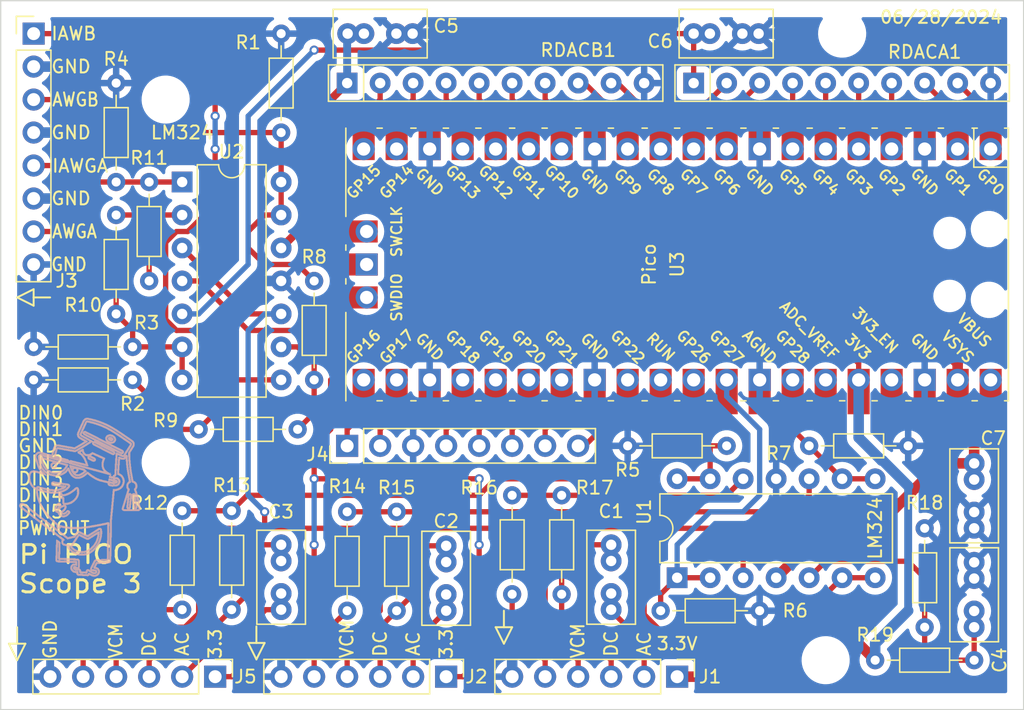
<source format=kicad_pcb>
(kicad_pcb (version 20221018) (generator pcbnew)
  (title_block (date "mar. 31 mars 2015"))
  (layers (0 "F.Cu" signal) (31 "B.Cu" signal) (34 "B.Paste" user) (35 "F.Paste" user) (36 "B.SilkS" user "B.Silkscreen") (37 "F.SilkS" user "F.Silkscreen") (38 "B.Mask" user) (39 "F.Mask" user) (44 "Edge.Cuts" user))
  (net 0 "")
  (net 1 "GND")
  (net 2 "Net-(J1-Pin_2)")
  (net 3 "Net-(J1-Pin_3)")
  (net 4 "Net-(U1A-+)")
  (net 5 "Net-(RDACB1-common)")
  (net 6 "Net-(RDACA1-common)")
  (net 7 "/3V3")
  (net 8 "/VCM")
  (net 9 "Net-(J1-Pin_5)")
  (net 10 "/IAWGA")
  (net 11 "/AWGA")
  (net 12 "/IAWGB")
  (net 13 "/AWGB")
  (net 14 "Net-(J4-Pin_1)")
  (net 15 "Net-(J4-Pin_2)")
  (net 16 "Net-(J4-Pin_7)")
  (net 17 "Net-(J4-Pin_4)")
  (net 18 "Net-(J4-Pin_5)")
  (net 19 "Net-(J4-Pin_6)")
  (net 20 "/PWMOUT")
  (net 21 "Net-(RDACA1-R1)")
  (net 22 "Net-(RDACA1-R2)")
  (net 23 "Net-(RDACA1-R3)")
  (net 24 "Net-(RDACA1-R4)")
  (net 25 "Net-(RDACA1-R5)")
  (net 26 "Net-(RDACA1-R6)")
  (net 27 "Net-(RDACA1-R7)")
  (net 28 "Net-(RDACA1-R8)")
  (net 29 "Net-(RDACB1-R1)")
  (net 30 "Net-(RDACB1-R2)")
  (net 31 "Net-(RDACB1-R3)")
  (net 32 "Net-(RDACB1-R4)")
  (net 33 "Net-(RDACB1-R5)")
  (net 34 "Net-(RDACB1-R6)")
  (net 35 "Net-(RDACB1-R7)")
  (net 36 "Net-(RDACB1-R8)")
  (net 37 "/VSYS")
  (net 38 "Net-(U1B-+)")
  (net 39 "Net-(U1A--)")
  (net 40 "Net-(U1C--)")
  (net 41 "Net-(U1C-+)")
  (net 42 "Net-(U1D-+)")
  (net 43 "Net-(U1D--)")
  (net 44 "Net-(U2A--)")
  (net 45 "Net-(U2C--)")
  (net 53 "Net-(J2-Pin_2)")
  (net 54 "Net-(J2-Pin_3)")
  (net 55 "Net-(J5-Pin_2)")
  (net 56 "Net-(J5-Pin_3)")
  (net 57 "Net-(J2-Pin_5)")
  (net 58 "Net-(J5-Pin_5)")
  (footprint "Capacitor_THT:C_Rect_L7.0mm_W3.5mm_P2.50mm_P5.00mm" (layer "F.Cu") (at 174.93 93.65 90)
    (fp_text reference "C4")
    (fp_text value "0.22u")
  )
  (footprint "Capacitor_THT:C_Rect_L7.0mm_W3.5mm_P2.50mm_P5.00mm" (layer "F.Cu") (at 153.34 47.93)
    (fp_text reference "C6")
    (fp_text value "1n")
  )
  (footprint "Resistor_THT:R_Axial_DIN0204_L3.6mm_D1.6mm_P7.62mm_Horizontal" (layer "F.Cu") (at 155.88 79.68 180)
    (fp_text reference "R5")
    (fp_text value "510")
  )
  (footprint "Resistor_THT:R_Axial_DIN0204_L3.6mm_D1.6mm_P7.62mm_Horizontal" (layer "F.Cu") (at 115.24 78.41)
    (fp_text reference "R9")
    (fp_text value "10k")
  )
  (footprint "Resistor_THT:R_Axial_DIN0204_L3.6mm_D1.6mm_P7.62mm_Horizontal" (layer "F.Cu") (at 139.37 83.49 -90)
    (fp_text reference "R16")
    (fp_text value "100k")
  )
  (footprint "Package_DIP:DIP-14_W7.62mm" (layer "F.Cu") (at 113.97 59.36)
    (fp_text reference "U2")
    (fp_text value "LM324")
  )
  (footprint "Connector_PinHeader_2.54mm:PinHeader_1x06_P2.54mm_Vertical" (layer "F.Cu") (at 152.07 97.46 -90)
    (fp_text reference "J1")
    (fp_text value "Conn_01x06_Pin")
  )
  (footprint "Resistor_THT:R_Axial_DIN0204_L3.6mm_D1.6mm_P7.62mm_Horizontal" (layer "F.Cu") (at 167.31 96.19)
    (fp_text reference "R19")
    (fp_text value "10k")
  )
  (footprint "Connector_PinHeader_2.54mm:PinHeader_1x08_P2.54mm_Vertical" (layer "F.Cu") (at 102.54 47.93)
    (fp_text reference "J3")
    (fp_text value "AWGOUT")
  )
  (footprint "Resistor_THT:R_Axial_DIN0204_L3.6mm_D1.6mm_P7.62mm_Horizontal" (layer "F.Cu") (at 124.13 66.98 -90)
    (fp_text reference "R8")
    (fp_text value "10k")
  )
  (footprint "Resistor_THT:R_Axial_DIN0204_L3.6mm_D1.6mm_P7.62mm_Horizontal" (layer "F.Cu") (at 110.16 74.6 180)
    (fp_text reference "R2")
    (fp_text value "510")
  )
  (footprint "Resistor_THT:R_Axial_DIN0204_L3.6mm_D1.6mm_P7.62mm_Horizontal" (layer "F.Cu") (at 108.89 59.36 90)
    (fp_text reference "R4")
    (fp_text value "510")
  )
  (footprint "Capacitor_THT:C_Rect_L7.0mm_W3.5mm_P2.50mm_P5.00mm" (layer "F.Cu") (at 121.59 92.3 90)
    (fp_text reference "C3")
    (fp_text value "0.22u")
  )
  (footprint "Resistor_THT:R_Axial_DIN0204_L3.6mm_D1.6mm_P7.62mm_Horizontal" (layer "F.Cu") (at 143.18 83.49 -90)
    (fp_text reference "R17")
    (fp_text value "910k")
  )
  (footprint "Connector_PinHeader_2.54mm:PinHeader_1x06_P2.54mm_Vertical" (layer "F.Cu") (at 116.51 97.46 -90)
    (fp_text reference "J5")
    (fp_text value "Conn_01x06_Pin")
  )
  (footprint "Arduino_MountingHole:MountingHole_3.2mm" (layer "F.Cu") (at 163.5 96.19 180)
    (fp_text reference "MH1" hide)
    (fp_text value "MountingHole_3.2mm" hide)
  )
  (footprint "Capacitor_THT:C_Rect_L7.0mm_W3.5mm_P2.50mm_P5.00mm" (layer "F.Cu") (at 134.29 92.38 90)
    (fp_text reference "C2")
    (fp_text value "0.22u")
  )
  (footprint "Resistor_THT:R_Axial_DIN0204_L3.6mm_D1.6mm_P7.62mm_Horizontal" (layer "F.Cu") (at 111.43 59.36 -90)
    (fp_text reference "R11")
    (fp_text value "10k")
  )
  (footprint "Capacitor_THT:C_Rect_L7.0mm_W3.5mm_P2.50mm_P5.00mm" (layer "F.Cu") (at 146.99 92.3 90)
    (fp_text reference "C1")
    (fp_text value "0.22u")
  )
  (footprint "MCU_RaspberryPi_and_Boards:RPi_Pico_SMD_TH" (layer "F.Cu") (at 152.07 65.71 -90)
    (fp_text reference "U3")
    (fp_text value "Pico")
  )
  (footprint "Resistor_THT:R_Axial_DIN0204_L3.6mm_D1.6mm_P7.62mm_Horizontal" (layer "F.Cu") (at 150.8 92.38)
    (fp_text reference "R6")
    (fp_text value "510")
  )
  (footprint "Capacitor_THT:C_Rect_L7.0mm_W3.5mm_P2.50mm_P5.00mm" (layer "F.Cu") (at 126.71 47.93)
    (fp_text reference "C5")
    (fp_text value "1n")
  )
  (footprint "Capacitor_THT:C_Rect_L7.0mm_W3.5mm_P2.50mm_P5.00mm" (layer "F.Cu") (at 174.93 86.03 90)
    (fp_text reference "C7")
    (fp_text value "0.22u")
  )
  (footprint "Resistor_THT:R_Axial_DIN0204_L3.6mm_D1.6mm_P7.62mm_Horizontal" (layer "F.Cu") (at 171.12 86.03 -90)
    (fp_text reference "R18")
    (fp_text value "10k")
  )
  (footprint "Resistor_THT:R_Axial_DIN0204_L3.6mm_D1.6mm_P7.62mm_Horizontal" (layer "F.Cu") (at 121.59 55.55 90)
    (fp_text reference "R1")
    (fp_text value "510")
  )
  (footprint "Resistor_THT:R_Axial_DIN0204_L3.6mm_D1.6mm_P7.62mm_Horizontal" (layer "F.Cu") (at 126.67 84.76 -90)
    (fp_text reference "R14")
    (fp_text value "100k")
  )
  (footprint "Package_DIP:DIP-14_W7.62mm" (layer "F.Cu") (at 152.07 89.84 90)
    (fp_text reference "U1")
    (fp_text value "LM324")
  )
  (footprint "Resistor_THT:R_Axial_DIN0204_L3.6mm_D1.6mm_P7.62mm_Horizontal" (layer "F.Cu") (at 108.89 69.52 90)
    (fp_text reference "R10")
    (fp_text value "10k")
  )
  (footprint "Arduino_MountingHole:MountingHole_3.2mm" (layer "F.Cu") (at 164.77 47.93 180)
    (fp_text reference "MH2" hide)
    (fp_text value "MountingHole_3.2mm" hide)
  )
  (footprint "Resistor_THT:R_Axial_DIN0204_L3.6mm_D1.6mm_P7.62mm_Horizontal" (layer "F.Cu") (at 113.97 84.68 -90)
    (fp_text reference "R12")
    (fp_text value "100k")
  )
  (footprint "Resistor_THT:R_Array_SIP10" (layer "F.Cu") (at 153.34 51.74)
    (fp_text reference "RDACA1")
    (fp_text value "R-2R 10k")
  )
  (footprint "Resistor_THT:R_Axial_DIN0204_L3.6mm_D1.6mm_P7.62mm_Horizontal" (layer "F.Cu") (at 117.78 84.68 -90)
    (fp_text reference "R13")
    (fp_text value "910k")
  )
  (footprint "Resistor_THT:R_Axial_DIN0204_L3.6mm_D1.6mm_P7.62mm_Horizontal" (layer "F.Cu") (at 130.48 84.76 -90)
    (fp_text reference "R15")
    (fp_text value "910k")
  )
  (footprint "Arduino_MountingHole:MountingHole_3.2mm" (layer "F.Cu") (at 112.7 80.95 180)
    (fp_text reference "MH3" hide)
    (fp_text value "MountingHole_3.2mm" hide)
  )
  (footprint "Resistor_THT:R_Axial_DIN0204_L3.6mm_D1.6mm_P7.62mm_Horizontal" (layer "F.Cu") (at 110.16 72.06 180)
    (fp_text reference "R3")
    (fp_text value "510")
  )
  (footprint "Arduino_MountingHole:MountingHole_3.2mm" (layer "F.Cu") (at 112.7 53.01 180)
    (fp_text reference "MH4" hide)
    (fp_text value "MountingHole_3.2mm" hide)
  )
  (footprint "Resistor_THT:R_Axial_DIN0204_L3.6mm_D1.6mm_P7.62mm_Horizontal" (layer "F.Cu") (at 162.23 79.68)
    (fp_text reference "R7")
    (fp_text value "510")
  )
  (footprint "Connector_PinHeader_2.54mm:PinHeader_1x06_P2.54mm_Vertical" (layer "F.Cu") (at 134.29 97.46 -90)
    (fp_text reference "J2")
    (fp_text value "Conn_01x06_Pin")
  )
  (footprint "Connector_PinHeader_2.54mm:PinHeader_1x08_P2.54mm_Vertical" (layer "F.Cu") (at 126.67 79.68 90)
    (fp_text reference "J4")
    (fp_text value "DIGITAL")
  )
  (footprint "Resistor_THT:R_Array_SIP10" (layer "F.Cu") (at 126.67 51.74)
    (fp_text reference "RDACB1")
    (fp_text value "R-2R 10k")
  )
  (footprint "Library:Proffessor" (layer "B.Cu") (at 106.3569 91.75005 180)
    (fp_text reference "")
    (fp_text value "Proffessor")
  )
  (gr_line (start 119.685 93.59) (end 119.685 94.86) (stroke (width 0.15)) (layer "F.SilkS"))
  (gr_line (start 138.1 93.65) (end 138.735 94.92) (stroke (width 0.15)) (layer "F.SilkS"))
  (gr_line (start 138.735 93.65) (end 138.1 93.65) (stroke (width 0.15)) (layer "F.SilkS"))
  (gr_line (start 119.05 94.86) (end 119.685 96.13) (stroke (width 0.15)) (layer "F.SilkS"))
  (gr_line (start 101.27 68.25) (end 102.54 68.885) (stroke (width 0.15)) (layer "F.SilkS"))
  (gr_line (start 101.27 94.92) (end 100.635 94.92) (stroke (width 0.15)) (layer "F.SilkS"))
  (gr_line (start 101.27 93.65) (end 101.27 94.92) (stroke (width 0.15)) (layer "F.SilkS"))
  (gr_line (start 102.54 68.25) (end 102.54 67.615) (stroke (width 0.15)) (layer "F.SilkS"))
  (gr_line (start 103.81 68.25) (end 102.54 68.25) (stroke (width 0.15)) (layer "F.SilkS"))
  (gr_line (start 138.735 94.92) (end 139.37 93.65) (stroke (width 0.15)) (layer "F.SilkS"))
  (gr_line (start 101.27 96.19) (end 101.905 94.92) (stroke (width 0.15)) (layer "F.SilkS"))
  (gr_line (start 102.54 67.615) (end 101.27 68.25) (stroke (width 0.15)) (layer "F.SilkS"))
  (gr_line (start 139.37 93.65) (end 138.735 93.65) (stroke (width 0.15)) (layer "F.SilkS"))
  (gr_line (start 102.54 68.885) (end 102.54 68.25) (stroke (width 0.15)) (layer "F.SilkS"))
  (gr_line (start 119.685 94.86) (end 119.05 94.86) (stroke (width 0.15)) (layer "F.SilkS"))
  (gr_line (start 119.685 96.13) (end 120.32 94.86) (stroke (width 0.15)) (layer "F.SilkS"))
  (gr_line (start 120.32 94.86) (end 119.685 94.86) (stroke (width 0.15)) (layer "F.SilkS"))
  (gr_line (start 100.635 94.92) (end 101.27 96.19) (stroke (width 0.15)) (layer "F.SilkS"))
  (gr_line (start 138.735 92.38) (end 138.735 93.65) (stroke (width 0.15)) (layer "F.SilkS"))
  (gr_line (start 101.905 94.92) (end 101.27 94.92) (stroke (width 0.15)) (layer "F.SilkS"))
  (gr_rect (start 100 45.39) (end 178.74 100) (stroke (width 0.1)) (fill none) (layer "Edge.Cuts"))
  (gr_text "GND" (at 101.27 79.68) (layer "F.SilkS") (effects (font (size 0.9906 0.9906) (thickness 0.1524)) (justify left)))
  (gr_text "DIN5" (at 101.27 84.76) (layer "F.SilkS") (effects (font (size 0.9906 0.9906) (thickness 0.1524)) (justify left)))
  (gr_text "DIN2" (at 101.27 80.95) (layer "F.SilkS") (effects (font (size 0.9906 0.9906) (thickness 0.1524)) (justify left)))
  (gr_text "IAWGA" (at 103.87 58.12) (layer "F.SilkS") (effects (font (size 0.9906 0.9906) (thickness 0.1524)) (justify left)))
  (gr_text "GND" (at 103.81 65.71) (layer "F.SilkS") (effects (font (size 1.016 0.889) (thickness 0.1524)) (justify left)))
  (gr_text "3.3V" (at 152.07 94.92) (layer "F.SilkS") (effects (font (size 0.9652 0.9652) (thickness 0.1524))))
  (gr_text "GND" (at 103.81 50.47) (layer "F.SilkS") (effects (font (size 0.9906 0.9906) (thickness 0.1524)) (justify left)))
  (gr_text "3.3" (at 116.51 94.92 90) (layer "F.SilkS") (effects (font (size 0.9652 0.9652) (thickness 0.1524))))
  (gr_text "DIN1" (at 101.27 78.41) (layer "F.SilkS") (effects (font (size 0.9906 0.9906) (thickness 0.1524)) (justify left)))
  (gr_text "DC" (at 111.43 94.92 90) (layer "F.SilkS") (effects (font (size 1 1))))
  (gr_text "IAWB" (at 103.81 47.93) (layer "F.SilkS") (effects (font (size 0.9906 0.9906) (thickness 0.1524)) (justify left)))
  (gr_text "3.3" (at 134.29 94.92 90) (layer "F.SilkS") (effects (font (size 0.9652 0.9652) (thickness 0.1524))))
  (gr_text "PWMOUT" (at 101.27 86.03) (layer "F.SilkS") (effects (font (size 1.016 0.889) (thickness 0.1524)) (justify left)))
  (gr_text "06/28/2024" (at 172.39 46.66) (layer "F.SilkS") (effects (font (size 0.9652 0.9652) (thickness 0.1524))))
  (gr_text "GND" (at 103.81 60.63) (layer "F.SilkS") (effects (font (size 0.9906 0.9906) (thickness 0.1524)) (justify left)))
  (gr_text "DIN0" (at 101.27 77.14) (layer "F.SilkS") (effects (font (size 0.9906 0.9906) (thickness 0.1524)) (justify left)))
  (gr_text "AC" (at 131.75 94.92 90) (layer "F.SilkS") (effects (font (size 1 1))))
  (gr_text "VCM" (at 126.64 96.13 90) (layer "F.SilkS") (effects (font (size 0.9906 0.9906) (thickness 0.1524)) (justify left)))
  (gr_text "DC" (at 146.99 94.92 90) (layer "F.SilkS") (effects (font (size 1 1))))
  (gr_text "AC" (at 149.53 94.92 90) (layer "F.SilkS") (effects (font (size 1 1))))
  (gr_text "AWGB" (at 103.8862 53.01) (layer "F.SilkS") (effects (font (size 1.016 0.889) (thickness 0.1524)) (justify left)))
  (gr_text "AWGA" (at 103.87 63.17) (layer "F.SilkS") (effects (font (size 1.016 0.889) (thickness 0.1524)) (justify left)))
  (gr_text "DIN3" (at 101.27 82.22) (layer "F.SilkS") (effects (font (size 0.9906 0.9906) (thickness 0.1524)) (justify left)))
  (gr_text "GND" (at 103.81 55.55) (layer "F.SilkS") (effects (font (size 0.9906 0.9906) (thickness 0.1524)) (justify left)))
  (gr_text "AC" (at 113.97 94.92 90) (layer "F.SilkS") (effects (font (size 1 1))))
  (gr_text "VCM" (at 108.86 96.13 90) (layer "F.SilkS") (effects (font (size 0.9906 0.889) (thickness 0.1524) bold) (justify left)))
  (gr_text "DC" (at 129.21 94.92 90) (layer "F.SilkS") (effects (font (size 1 1))))
  (gr_text "VCM" (at 144.42 96.13 90) (layer "F.SilkS") (effects (font (size 0.9906 0.889) (thickness 0.1524)) (justify left)))
  (gr_text "GND" (at 103.81 96.19 90) (layer "F.SilkS") (effects (font (size 0.9906 0.9906) (thickness 0.1524)) (justify left)))
  (gr_text "Pi PICO\nScope 3" (at 101.27 91.11) (layer "F.SilkS") (effects (font (size 1.397 1.524) (thickness 0.2286)) (justify left bottom)))
  (gr_text "DIN4" (at 101.27 83.49) (layer "F.SilkS") (effects (font (size 0.9906 0.9906) (thickness 0.1524)) (justify left)))
  (segment (start 133.02 74.6) (end 133.02 77.14) (width 0.4064) (layer "F.Cu") (net 1))
  (segment (start 131.75 78.41) (end 131.75 79.68) (width 0.4064) (layer "F.Cu") (net 1))
  (segment (start 133.02 77.14) (end 131.75 78.41) (width 0.4064) (layer "F.Cu") (net 1))
  (segment (start 157.09 47.93) (end 160.96 47.93) (width 0.8128) (layer "B.Cu") (net 1))
  (segment (start 130.46 47.93) (end 134.29 47.93) (width 0.8128) (layer "B.Cu") (net 1))
  (segment (start 103.81 97.46) (end 103.81 94.92) (width 0.6096) (layer "B.Cu") (net 1))
  (segment (start 102.54 60.63) (end 105.08 60.63) (width 0.8128) (layer "B.Cu") (net 1))
  (segment (start 102.54 50.47) (end 105.08 50.47) (width 0.8128) (layer "B.Cu") (net 1))
  (segment (start 120.32 66.98) (end 119.05 68.25) (width 0.8128) (layer "B.Cu") (net 1))
  (segment (start 139.37 97.46) (end 139.37 94.92) (width 0.8128) (layer "B.Cu") (net 1))
  (segment (start 121.59 66.98) (end 122.86 68.25) (width 0.4064) (layer "B.Cu") (net 1))
  (segment (start 105.08 55.55) (end 102.54 55.55) (width 0.8128) (layer "B.Cu") (net 1))
  (segment (start 105.08 60.63) (end 105.08 55.55) (width 0.8128) (layer "B.Cu") (net 1))
  (segment (start 121.59 97.46) (end 121.59 94.92) (width 0.6096) (layer "B.Cu") (net 1))
  (segment (start 121.59 66.98) (end 120.32 66.98) (width 0.8128) (layer "B.Cu") (net 1))
  (segment (start 121.59 66.98) (end 122.86 65.71) (width 0.4064) (layer "B.Cu") (net 1))
  (segment (start 105.08 50.47) (end 105.08 55.55) (width 0.8128) (layer "B.Cu") (net 1))
  (segment (start 149.53 94.92) (end 149.53 97.46) (width 0.4064) (layer "F.Cu") (net 2))
  (segment (start 146.99 92.3) (end 146.99 92.38) (width 0.4064) (layer "F.Cu") (net 2))
  (segment (start 146.99 92.38) (end 149.53 94.92) (width 0.4064) (layer "F.Cu") (net 2))
  (segment (start 143.18 92.38) (end 146.99 96.19) (width 0.4064) (layer "F.Cu") (net 3))
  (segment (start 146.99 87.3) (end 144.45 87.3) (width 0.4064) (layer "F.Cu") (net 3))
  (segment (start 143.18 88.57) (end 143.18 91.11) (width 0.4064) (layer "F.Cu") (net 3))
  (segment (start 143.18 91.11) (end 143.18 92.38) (width 0.4064) (layer "F.Cu") (net 3))
  (segment (start 144.45 87.3) (end 143.18 88.57) (width 0.4064) (layer "F.Cu") (net 3))
  (segment (start 146.99 96.19) (end 146.99 97.46) (width 0.4064) (layer "F.Cu") (net 3))
  (segment (start 149.53 84.76) (end 150.8 86.03) (width 0.4064) (layer "F.Cu") (net 4))
  (segment (start 126.67 84.76) (end 130.48 84.76) (width 0.4064) (layer "F.Cu") (net 4))
  (segment (start 155.88 86.03) (end 157.15 87.3) (width 0.4064) (layer "F.Cu") (net 4))
  (segment (start 150.8 86.03) (end 155.88 86.03) (width 0.4064) (layer "F.Cu") (net 4))
  (segment (start 157.15 87.3) (end 157.15 89.84) (width 0.4064) (layer "F.Cu") (net 4))
  (segment (start 130.48 84.76) (end 149.53 84.76) (width 0.4064) (layer "F.Cu") (net 4))
  (segment (start 126.67 47.97) (end 126.71 47.93) (width 0.6096) (layer "F.Cu") (net 5))
  (segment (start 124.13 54.28) (end 124.13 61.9) (width 0.6096) (layer "F.Cu") (net 5))
  (segment (start 126.67 51.74) (end 124.13 54.28) (width 0.6096) (layer "F.Cu") (net 5))
  (segment (start 124.13 61.9) (end 121.59 64.44) (width 0.6096) (layer "F.Cu") (net 5))
  (segment (start 126.67 51.74) (end 126.67 47.97) (width 0.6096) (layer "B.Cu") (net 5))
  (segment (start 135.56 49.2) (end 136.83 47.93) (width 0.4064) (layer "F.Cu") (net 6))
  (segment (start 124.13 49.2) (end 135.56 49.2) (width 0.4064) (layer "F.Cu") (net 6))
  (segment (start 153.34 51.74) (end 153.34 47.93) (width 0.4064) (layer "F.Cu") (net 6))
  (segment (start 136.83 47.93) (end 153.34 47.93) (width 0.4064) (layer "F.Cu") (net 6))
  (via (at 124.13 49.2) (size 0.700001) (drill 0.399999) (layers "F.Cu" "B.Cu") (net 6))
  (segment (start 119.05 54.28) (end 124.13 49.2) (width 0.4064) (layer "B.Cu") (net 6))
  (segment (start 119.05 65.71) (end 119.05 54.28) (width 0.4064) (layer "B.Cu") (net 6))
  (segment (start 113.97 69.52) (end 115.24 69.52) (width 0.4064) (layer "B.Cu") (net 6))
  (segment (start 115.24 69.52) (end 119.05 65.71) (width 0.4064) (layer "B.Cu") (net 6))
  (segment (start 121.59 94.92) (end 124.13 92.38) (width 0.4064) (layer "F.Cu") (net 7))
  (segment (start 120.32 94.92) (end 121.59 94.92) (width 0.4064) (layer "F.Cu") (net 7))
  (segment (start 135.56 97.46) (end 136.83 96.19) (width 0.4064) (layer "F.Cu") (net 7))
  (segment (start 125.4 78.41) (end 125.4 74.6) (width 0.4064) (layer "F.Cu") (net 7))
  (segment (start 134.29 97.46) (end 135.56 97.46) (width 0.4064) (layer "F.Cu") (net 7))
  (segment (start 124.13 92.38) (end 124.13 87.3) (width 0.4064) (layer "F.Cu") (net 7))
  (segment (start 116.51 97.46) (end 117.78 97.46) (width 0.4064) (layer "F.Cu") (net 7))
  (segment (start 161.595 93.65) (end 157.785 97.46) (width 0.8128) (layer "F.Cu") (net 7))
  (segment (start 127.94 72.06) (end 164.77 72.06) (width 0.4064) (layer "F.Cu") (net 7))
  (segment (start 167.31 96.19) (end 164.77 93.65) (width 0.8128) (layer "F.Cu") (net 7))
  (segment (start 166.04 73.33) (end 166.04 74.6) (width 0.4064) (layer "F.Cu") (net 7))
  (segment (start 157.785 97.46) (end 152.07 97.46) (width 0.8128) (layer "F.Cu") (net 7))
  (segment (start 117.78 97.46) (end 120.32 94.92) (width 0.4064) (layer "F.Cu") (net 7))
  (segment (start 136.83 96.19) (end 136.83 87.3) (width 0.4064) (layer "F.Cu") (net 7))
  (segment (start 124.13 82.22) (end 136.83 82.22) (width 0.4064) (layer "F.Cu") (net 7))
  (segment (start 125.4 74.6) (end 127.94 72.06) (width 0.4064) (layer "F.Cu") (net 7))
  (segment (start 164.77 93.65) (end 161.595 93.65) (width 0.8128) (layer "F.Cu") (net 7))
  (segment (start 124.13 79.68) (end 125.4 78.41) (width 0.4064) (layer "F.Cu") (net 7))
  (segment (start 164.77 72.06) (end 166.04 73.33) (width 0.4064) (layer "F.Cu") (net 7))
  (segment (start 124.13 82.22) (end 124.13 79.68) (width 0.4064) (layer "F.Cu") (net 7))
  (via (at 136.83 87.3) (size 0.700001) (drill 0.399999) (layers "F.Cu" "B.Cu") (net 7))
  (via (at 124.13 87.3) (size 0.700001) (drill 0.399999) (layers "F.Cu" "B.Cu") (net 7))
  (via (at 124.13 82.22) (size 0.700001) (drill 0.399999) (layers "F.Cu" "B.Cu") (net 7))
  (via (at 136.83 82.22) (size 0.700001) (drill 0.399999) (layers "F.Cu" "B.Cu") (net 7))
  (segment (start 136.83 82.22) (end 136.83 87.3) (width 0.4064) (layer "B.Cu") (net 7))
  (segment (start 167.89255 80.8136) (end 169.85 82.77105) (width 0.8128) (layer "B.Cu") (net 7))
  (segment (start 124.13 87.3) (end 124.13 82.22) (width 0.4064) (layer "B.Cu") (net 7))
  (segment (start 166.04 74.6) (end 166.04 79.045) (width 0.8128) (layer "B.Cu") (net 7))
  (segment (start 166.04 79.045) (end 167.8086 80.8136) (width 0.8128) (layer "B.Cu") (net 7))
  (segment (start 167.31 94.92) (end 167.31 96.19) (width 0.8128) (layer "B.Cu") (net 7))
  (segment (start 169.85 92.38) (end 167.31 94.92) (width 0.8128) (layer "B.Cu") (net 7))
  (segment (start 167.8086 80.8136) (end 167.89255 80.8136) (width 0.8128) (layer "B.Cu") (net 7))
  (segment (start 169.85 82.77105) (end 169.85 92.38) (width 0.6096) (layer "B.Cu") (net 7))
  (segment (start 141.91 93.65) (end 144.45 96.19) (width 0.4064) (layer "F.Cu") (net 8))
  (segment (start 144.45 96.19) (end 144.45 97.46) (width 0.4064) (layer "F.Cu") (net 8))
  (segment (start 149.53 92.670161) (end 149.53 87.3) (width 0.4064) (layer "F.Cu") (net 8))
  (segment (start 141.91 86.03) (end 129.21 86.03) (width 0.4064) (layer "F.Cu") (net 8))
  (segment (start 167.31 89.84) (end 164.77 89.84) (width 0.4064) (layer "F.Cu") (net 8))
  (segment (start 162.23 92.38) (end 160.96 92.38) (width 0.4064) (layer "F.Cu") (net 8))
  (segment (start 164.77 89.84) (end 162.23 92.38) (width 0.4064) (layer "F.Cu") (net 8))
  (segment (start 119.05 69.52) (end 121.59 69.52) (width 0.4064) (layer "F.Cu") (net 8))
  (segment (start 110.16 93.65) (end 108.89 94.92) (width 0.4064) (layer "F.Cu") (net 8))
  (segment (start 115.24 92.590161) (end 114.180161 93.65) (width 0.4064) (layer "F.Cu") (net 8))
  (segment (start 129.21 86.03) (end 129.21 92.38) (width 0.4064) (layer "F.Cu") (net 8))
  (segment (start 141.91 86.03) (end 141.91 93.65) (width 0.4064) (layer "F.Cu") (net 8))
  (segment (start 113.97 64.44) (end 119.05 69.52) (width 0.4064) (layer "F.Cu") (net 8))
  (segment (start 160.96 92.38) (end 158.42 94.92) (width 0.4064) (layer "F.Cu") (net 8))
  (segment (start 129.21 86.03) (end 120.32 86.03) (width 0.4064) (layer "F.Cu") (net 8))
  (segment (start 108.89 94.92) (end 108.89 97.46) (width 0.4064) (layer "F.Cu") (net 8))
  (segment (start 126.67 94.92) (end 129.21 92.38) (width 0.4064) (layer "F.Cu") (net 8))
  (segment (start 148.26 86.03) (end 141.91 86.03) (width 0.4064) (layer "F.Cu") (net 8))
  (segment (start 120.32 86.03) (end 120.32 84.76) (width 0.4064) (layer "F.Cu") (net 8))
  (segment (start 115.24 87.3) (end 115.24 92.590161) (width 0.4064) (layer "F.Cu") (net 8))
  (segment (start 116.51 86.03) (end 115.24 87.3) (width 0.4064) (layer "F.Cu") (net 8))
  (segment (start 151.779839 94.92) (end 149.53 92.670161) (width 0.4064) (layer "F.Cu") (net 8))
  (segment (start 114.180161 93.65) (end 110.16 93.65) (width 0.4064) (layer "F.Cu") (net 8))
  (segment (start 126.67 97.46) (end 126.67 94.92) (width 0.4064) (layer "F.Cu") (net 8))
  (segment (start 120.32 86.03) (end 116.51 86.03) (width 0.4064) (layer "F.Cu") (net 8))
  (segment (start 158.42 94.92) (end 151.779839 94.92) (width 0.4064) (layer "F.Cu") (net 8))
  (segment (start 149.53 87.3) (end 148.26 86.03) (width 0.4064) (layer "F.Cu") (net 8))
  (via (at 120.32 84.76) (size 0.700001) (drill 0.399999) (layers "F.Cu" "B.Cu") (net 8))
  (segment (start 119.05 70.79) (end 119.05 83.49) (width 0.4064) (layer "B.Cu") (net 8))
  (segment (start 119.05 83.49) (end 120.32 84.76) (width 0.4064) (layer "B.Cu") (net 8))
  (segment (start 121.59 69.52) (end 120.32 69.52) (width 0.4064) (layer "B.Cu") (net 8))
  (segment (start 120.32 69.52) (end 119.05 70.79) (width 0.4064) (layer "B.Cu") (net 8))
  (segment (start 139.37 91.11) (end 139.37 93.65) (width 0.4064) (layer "F.Cu") (net 9))
  (segment (start 139.37 93.65) (end 141.91 96.19) (width 0.4064) (layer "F.Cu") (net 9))
  (segment (start 141.91 96.19) (end 141.91 97.46) (width 0.4064) (layer "F.Cu") (net 9))
  (segment (start 106.35 59.36) (end 105.08 58.09) (width 0.4064) (layer "F.Cu") (net 10))
  (segment (start 102.54 58.09) (end 105.08 58.09) (width 0.4064) (layer "F.Cu") (net 10))
  (segment (start 108.89 59.36) (end 110.16 59.36) (width 0.4064) (layer "F.Cu") (net 10))
  (segment (start 110.16 59.36) (end 113.97 59.36) (width 0.4064) (layer "F.Cu") (net 10))
  (segment (start 108.89 59.36) (end 106.35 59.36) (width 0.4064) (layer "F.Cu") (net 10))
  (segment (start 110.16 70.79) (end 110.16 72.06) (width 0.4064) (layer "F.Cu") (net 11))
  (segment (start 108.89 66.98) (end 108.89 69.52) (width 0.4064) (layer "F.Cu") (net 11))
  (segment (start 105.08 63.17) (end 108.89 66.98) (width 0.4064) (layer "F.Cu") (net 11))
  (segment (start 113.97 72.06) (end 110.16 72.06) (width 0.4064) (layer "F.Cu") (net 11))
  (segment (start 113.97 72.06) (end 113.97 74.6) (width 0.4064) (layer "F.Cu") (net 11))
  (segment (start 108.89 69.52) (end 110.16 70.79) (width 0.4064) (layer "F.Cu") (net 11))
  (segment (start 102.54 63.17) (end 105.08 63.17) (width 0.4064) (layer "F.Cu") (net 11))
  (segment (start 113.538418 63.17) (end 112.7 64.008418) (width 0.4064) (layer "F.Cu") (net 12))
  (segment (start 112.7 69.951582) (end 113.538418 70.79) (width 0.4064) (layer "F.Cu") (net 12))
  (segment (start 102.54 47.93) (end 111.43 47.93) (width 0.4064) (layer "F.Cu") (net 12))
  (segment (start 115.24 78.41) (end 113.97 78.41) (width 0.4064) (layer "F.Cu") (net 12))
  (segment (start 116.51 77.14) (end 115.24 78.41) (width 0.4064) (layer "F.Cu") (net 12))
  (segment (start 114.401582 63.17) (end 113.538418 63.17) (width 0.4064) (layer "F.Cu") (net 12))
  (segment (start 113.97 78.41) (end 110.16 74.6) (width 0.4064) (layer "F.Cu") (net 12))
  (segment (start 116.51 53.01) (end 116.51 54.28) (width 0.4064) (layer "F.Cu") (net 12))
  (segment (start 112.7 64.008418) (end 112.7 69.951582) (width 0.4064) (layer "F.Cu") (net 12))
  (segment (start 116.51 72.06) (end 116.51 74.6) (width 0.4064) (layer "F.Cu") (net 12))
  (segment (start 116.51 61.061582) (end 114.401582 63.17) (width 0.4064) (layer "F.Cu") (net 12))
  (segment (start 111.43 47.93) (end 116.51 53.01) (width 0.4064) (layer "F.Cu") (net 12))
  (segment (start 116.51 74.6) (end 116.51 77.14) (width 0.4064) (layer "F.Cu") (net 12))
  (segment (start 121.59 74.6) (end 116.51 74.6) (width 0.4064) (layer "F.Cu") (net 12))
  (segment (start 113.538418 70.79) (end 115.24 70.79) (width 0.4064) (layer "F.Cu") (net 12))
  (segment (start 115.24 70.79) (end 116.51 72.06) (width 0.4064) (layer "F.Cu") (net 12))
  (segment (start 116.51 56.82) (end 116.51 61.061582) (width 0.4064) (layer "F.Cu") (net 12))
  (via (at 116.51 56.82) (size 0.700001) (drill 0.399999) (layers "F.Cu" "B.Cu") (net 12))
  (via (at 116.51 54.28) (size 0.700001) (drill 0.399999) (layers "F.Cu" "B.Cu") (net 12))
  (segment (start 116.51 54.28) (end 116.51 56.82) (width 0.4064) (layer "B.Cu") (net 12))
  (segment (start 122.86 65.71) (end 124.13 66.98) (width 0.4064) (layer "F.Cu") (net 13))
  (segment (start 106.35 53.01) (end 108.89 55.55) (width 0.4064) (layer "F.Cu") (net 13))
  (segment (start 108.89 55.55) (end 121.59 55.55) (width 0.4064) (layer "F.Cu") (net 13))
  (segment (start 120.32 61.9) (end 119.05 63.17) (width 0.4064) (layer "F.Cu") (net 13))
  (segment (start 120.32 65.71) (end 122.86 65.71) (width 0.4064) (layer "F.Cu") (net 13))
  (segment (start 119.05 63.17) (end 119.05 64.44) (width 0.4064) (layer "F.Cu") (net 13))
  (segment (start 121.59 61.9) (end 120.32 61.9) (width 0.4064) (layer "F.Cu") (net 13))
  (segment (start 119.05 64.44) (end 120.32 65.71) (width 0.4064) (layer "F.Cu") (net 13))
  (segment (start 102.54 53.01) (end 106.35 53.01) (width 0.4064) (layer "F.Cu") (net 13))
  (segment (start 121.59 55.55) (end 121.59 61.9) (width 0.4064) (layer "F.Cu") (net 13))
  (segment (start 127.94 74.6) (end 127.94 76.160161) (width 0.4064) (layer "F.Cu") (net 14))
  (segment (start 127.94 77.14) (end 126.67 78.41) (width 0.4064) (layer "F.Cu") (net 14))
  (segment (start 126.67 78.41) (end 126.67 79.68) (width 0.4064) (layer "F.Cu") (net 14))
  (segment (start 127.94 74.6) (end 127.94 77.14) (width 0.4064) (layer "F.Cu") (net 14))
  (segment (start 130.48 77.14) (end 129.21 78.41) (width 0.4064) (layer "F.Cu") (net 15))
  (segment (start 130.48 74.6) (end 130.48 77.14) (width 0.4064) (layer "F.Cu") (net 15))
  (segment (start 129.21 78.41) (end 129.21 79.68) (width 0.4064) (layer "F.Cu") (net 15))
  (segment (start 143.18 77.14) (end 141.91 78.41) (width 0.4064) (layer "F.Cu") (net 16))
  (segment (start 141.91 78.41) (end 141.91 79.68) (width 0.4064) (layer "F.Cu") (net 16))
  (segment (start 143.18 74.6) (end 143.18 77.14) (width 0.4064) (layer "F.Cu") (net 16))
  (segment (start 135.56 77.14) (end 134.29 78.41) (width 0.4064) (layer "F.Cu") (net 17))
  (segment (start 134.29 78.41) (end 134.29 79.68) (width 0.4064) (layer "F.Cu") (net 17))
  (segment (start 135.56 74.6) (end 135.56 77.14) (width 0.4064) (layer "F.Cu") (net 17))
  (segment (start 138.1 77.14) (end 136.83 78.41) (width 0.4064) (layer "F.Cu") (net 18))
  (segment (start 136.83 78.41) (end 136.83 79.68) (width 0.4064) (layer "F.Cu") (net 18))
  (segment (start 138.1 74.6) (end 138.1 77.14) (width 0.4064) (layer "F.Cu") (net 18))
  (segment (start 139.37 78.41) (end 139.37 79.68) (width 0.4064) (layer "F.Cu") (net 19))
  (segment (start 140.64 74.6) (end 140.64 77.14) (width 0.4064) (layer "F.Cu") (net 19))
  (segment (start 140.64 77.14) (end 139.37 78.41) (width 0.4064) (layer "F.Cu") (net 19))
  (segment (start 148.26 76.3664) (end 144.9464 79.68) (width 0.4064) (layer "F.Cu") (net 20))
  (segment (start 144.9464 79.68) (end 144.45 79.68) (width 0.4064) (layer "F.Cu") (net 20))
  (segment (start 148.26 74.6) (end 148.26 76.3664) (width 0.4064) (layer "F.Cu") (net 20))
  (segment (start 153.34 54.28) (end 155.88 51.74) (width 0.4064) (layer "F.Cu") (net 21))
  (segment (start 153.34 56.82) (end 153.34 54.28) (width 0.4064) (layer "F.Cu") (net 21))
  (segment (start 155.88 56.82) (end 155.88 54.28) (width 0.4064) (layer "F.Cu") (net 22))
  (segment (start 155.88 54.28) (end 158.42 51.74) (width 0.4064) (layer "F.Cu") (net 22))
  (segment (start 160.96 56.82) (end 160.96 51.74) (width 0.4064) (layer "F.Cu") (net 23))
  (segment (start 163.5 56.82) (end 163.5 51.74) (width 0.4064) (layer "F.Cu") (net 24))
  (segment (start 166.04 56.82) (end 166.04 51.74) (width 0.4064) (layer "F.Cu") (net 25))
  (segment (start 168.58 56.82) (end 168.58 51.74) (width 0.4064) (layer "F.Cu") (net 26))
  (segment (start 173.66 54.28) (end 171.12 51.74) (width 0.4064) (layer "F.Cu") (net 27))
  (segment (start 173.66 56.82) (end 173.66 54.28) (width 0.4064) (layer "F.Cu") (net 27))
  (segment (start 176.2 56.82) (end 176.2 54.28) (width 0.4064) (layer "F.Cu") (net 28))
  (segment (start 176.2 54.28) (end 173.66 51.74) (width 0.4064) (layer "F.Cu") (net 28))
  (segment (start 127.94 56.82) (end 127.94 54.28) (width 0.4064) (layer "F.Cu") (net 29))
  (segment (start 127.94 54.28) (end 129.21 53.01) (width 0.4064) (layer "F.Cu") (net 29))
  (segment (start 129.21 53.01) (end 129.21 51.74) (width 0.4064) (layer "F.Cu") (net 29))
  (segment (start 130.48 54.28) (end 131.75 53.01) (width 0.4064) (layer "F.Cu") (net 30))
  (segment (start 131.75 53.01) (end 131.75 51.74) (width 0.4064) (layer "F.Cu") (net 30))
  (segment (start 130.48 56.82) (end 130.48 54.28) (width 0.4064) (layer "F.Cu") (net 30))
  (segment (start 135.56 56.82) (end 135.56 54.28) (width 0.4064) (layer "F.Cu") (net 31))
  (segment (start 134.29 53.01) (end 134.29 51.74) (width 0.4064) (layer "F.Cu") (net 31))
  (segment (start 135.56 54.28) (end 134.29 53.01) (width 0.4064) (layer "F.Cu") (net 31))
  (segment (start 138.1 54.28) (end 136.83 53.01) (width 0.4064) (layer "F.Cu") (net 32))
  (segment (start 138.1 56.82) (end 138.1 54.28) (width 0.4064) (layer "F.Cu") (net 32))
  (segment (start 136.83 53.01) (end 136.83 51.74) (width 0.4064) (layer "F.Cu") (net 32))
  (segment (start 140.64 54.28) (end 139.37 53.01) (width 0.4064) (layer "F.Cu") (net 33))
  (segment (start 140.64 56.82) (end 140.64 54.28) (width 0.4064) (layer "F.Cu") (net 33))
  (segment (start 139.37 53.01) (end 139.37 51.74) (width 0.4064) (layer "F.Cu") (net 33))
  (segment (start 143.18 54.28) (end 141.91 53.01) (width 0.4064) (layer "F.Cu") (net 34))
  (segment (start 143.18 56.82) (end 143.18 54.28) (width 0.4064) (layer "F.Cu") (net 34))
  (segment (start 141.91 53.01) (end 141.91 51.74) (width 0.4064) (layer "F.Cu") (net 34))
  (segment (start 148.26 55.0536) (end 144.9464 51.74) (width 0.4064) (layer "F.Cu") (net 35))
  (segment (start 148.26 56.82) (end 148.26 55.0536) (width 0.4064) (layer "F.Cu") (net 35))
  (segment (start 144.9464 51.74) (end 144.45 51.74) (width 0.4064) (layer "F.Cu") (net 35))
  (segment (start 150.8 55.0536) (end 147.4864 51.74) (width 0.4064) (layer "F.Cu") (net 36))
  (segment (start 150.8 56.82) (end 150.8 55.0536) (width 0.4064) (layer "F.Cu") (net 36))
  (segment (start 147.4864 51.74) (end 146.99 51.74) (width 0.4064) (layer "F.Cu") (net 36))
  (segment (start 174.93 81.03) (end 172.31 81.03) (width 0.8128) (layer "F.Cu") (net 37))
  (segment (start 115.24 66.98) (end 113.97 66.98) (width 0.4064) (layer "F.Cu") (net 37))
  (segment (start 168.58 84.76) (end 164.77 84.76) (width 0.8128) (layer "F.Cu") (net 37))
  (segment (start 122.86 70.79) (end 119.05 70.79) (width 0.4064) (layer "F.Cu") (net 37))
  (segment (start 122.86 70.79) (end 171.12 70.79) (width 0.8128) (layer "F.Cu") (net 37))
  (segment (start 119.05 70.79) (end 115.24 66.98) (width 0.4064) (layer "F.Cu") (net 37))
  (segment (start 173.66 74.6) (end 173.66 78.41) (width 0.8128) (layer "F.Cu") (net 37))
  (segment (start 164.77 84.76) (end 159.69 89.84) (width 0.8128) (layer "F.Cu") (net 37))
  (segment (start 173.66 73.33) (end 173.66 74.6) (width 0.8128) (layer "F.Cu") (net 37))
  (segment (start 173.66 78.41) (end 174.93 79.68) (width 0.8128) (layer "F.Cu") (net 37))
  (segment (start 172.31 81.03) (end 168.58 84.76) (width 0.8128) (layer "F.Cu") (net 37))
  (segment (start 174.93 79.68) (end 174.93 81.03) (width 0.8128) (layer "F.Cu") (net 37))
  (segment (start 171.12 70.79) (end 173.66 73.33) (width 0.8128) (layer "F.Cu") (net 37))
  (segment (start 172.39 96.19) (end 171.12 94.92) (width 0.4064) (layer "F.Cu") (net 38))
  (segment (start 169.85 88.59) (end 171.12 89.86) (width 0.4064) (layer "F.Cu") (net 38))
  (segment (start 171.12 89.86) (end 171.12 93.65) (width 0.4064) (layer "F.Cu") (net 38))
  (segment (start 174.93 96.19) (end 172.39 96.19) (width 0.4064) (layer "F.Cu") (net 38))
  (segment (start 169.85 88.57) (end 169.85 88.59) (width 0.4064) (layer "F.Cu") (net 38))
  (segment (start 171.12 93.65) (end 171.12 94.92) (width 0.4064) (layer "F.Cu") (net 38))
  (segment (start 163.5 88.57) (end 169.85 88.57) (width 0.4064) (layer "F.Cu") (net 38))
  (segment (start 162.23 89.84) (end 163.5 88.57) (width 0.4064) (layer "F.Cu") (net 38))
  (segment (start 174.93 93.65) (end 174.93 96.19) (width 0.4064) (layer "F.Cu") (net 38))
  (segment (start 150.8 91.11) (end 152.07 89.84) (width 0.4064) (layer "F.Cu") (net 39))
  (segment (start 150.8 92.38) (end 150.8 91.11) (width 0.4064) (layer "F.Cu") (net 39))
  (segment (start 152.07 89.84) (end 154.61 89.84) (width 0.4064) (layer "F.Cu") (net 39))
  (segment (start 155.88 75.87) (end 155.88 74.6) (width 0.4064) (layer "B.Cu") (net 39))
  (segment (start 158.42 83.49) (end 158.42 78.41) (width 0.4064) (layer "B.Cu") (net 39))
  (segment (start 158.42 78.41) (end 155.88 75.87) (width 0.4064) (layer "B.Cu") (net 39))
  (segment (start 154.61 84.76) (end 157.15 84.76) (width 0.4064) (layer "B.Cu") (net 39))
  (segment (start 152.07 89.84) (end 152.07 87.3) (width 0.4064) (layer "B.Cu") (net 39))
  (segment (start 157.15 84.76) (end 158.42 83.49) (width 0.4064) (layer "B.Cu") (net 39))
  (segment (start 152.07 87.3) (end 154.61 84.76) (width 0.4064) (layer "B.Cu") (net 39))
  (segment (start 160.96 78.41) (end 160.96 74.6) (width 0.4064) (layer "F.Cu") (net 40))
  (segment (start 167.31 82.22) (end 164.77 82.22) (width 0.4064) (layer "F.Cu") (net 40))
  (segment (start 164.77 82.22) (end 160.96 78.41) (width 0.4064) (layer "F.Cu") (net 40))
  (segment (start 149.53 83.49) (end 150.8 84.76) (width 0.4064) (layer "F.Cu") (net 41))
  (segment (start 139.37 83.49) (end 149.53 83.49) (width 0.4064) (layer "F.Cu") (net 41))
  (segment (start 150.8 84.76) (end 160.96 84.76) (width 0.4064) (layer "F.Cu") (net 41))
  (segment (start 162.23 83.49) (end 162.23 82.22) (width 0.4064) (layer "F.Cu") (net 41))
  (segment (start 160.96 84.76) (end 162.23 83.49) (width 0.4064) (layer "F.Cu") (net 41))
  (segment (start 117.78 84.68) (end 118.97 83.49) (width 0.4064) (layer "F.Cu") (net 42))
  (segment (start 138.1 82.22) (end 149.53 82.22) (width 0.4064) (layer "F.Cu") (net 42))
  (segment (start 149.53 82.22) (end 150.8 83.49) (width 0.4064) (layer "F.Cu") (net 42))
  (segment (start 150.8 83.49) (end 155.88 83.49) (width 0.4064) (layer "F.Cu") (net 42))
  (segment (start 113.97 84.68) (end 117.78 84.68) (width 0.4064) (layer "F.Cu") (net 42))
  (segment (start 136.83 83.49) (end 138.1 82.22) (width 0.4064) (layer "F.Cu") (net 42))
  (segment (start 118.97 83.49) (end 136.83 83.49) (width 0.4064) (layer "F.Cu") (net 42))
  (segment (start 155.88 83.49) (end 157.15 82.22) (width 0.4064) (layer "F.Cu") (net 42))
  (segment (start 155.88 79.68) (end 154.61 79.68) (width 0.4064) (layer "F.Cu") (net 43))
  (segment (start 154.61 82.22) (end 154.61 79.68) (width 0.4064) (layer "F.Cu") (net 43))
  (segment (start 153.34 78.41) (end 153.34 74.6) (width 0.4064) (layer "F.Cu") (net 43))
  (segment (start 154.61 79.68) (end 153.34 78.41) (width 0.4064) (layer "F.Cu") (net 43))
  (segment (start 154.61 82.22) (end 152.07 82.22) (width 0.4064) (layer "F.Cu") (net 43))
  (segment (start 111.43 66.98) (end 111.43 61.9) (width 0.4064) (layer "F.Cu") (net 44))
  (segment (start 108.89 61.9) (end 113.97 61.9) (width 0.4064) (layer "F.Cu") (net 44))
  (segment (start 121.59 72.06) (end 122.86 72.06) (width 0.4064) (layer "F.Cu") (net 45))
  (segment (start 124.13 73.33) (end 124.13 74.6) (width 0.4064) (layer "F.Cu") (net 45))
  (segment (start 124.13 77.14) (end 124.13 74.6) (width 0.4064) (layer "F.Cu") (net 45))
  (segment (start 122.86 78.41) (end 124.13 77.14) (width 0.4064) (layer "F.Cu") (net 45))
  (segment (start 122.86 72.06) (end 124.13 73.33) (width 0.4064) (layer "F.Cu") (net 45))
  (segment (start 131.75 94.92) (end 131.75 97.46) (width 0.4064) (layer "F.Cu") (net 53))
  (segment (start 134.29 92.38) (end 131.75 94.92) (width 0.4064) (layer "F.Cu") (net 53))
  (segment (start 131.75 91.11) (end 131.75 88.57) (width 0.4064) (layer "F.Cu") (net 54))
  (segment (start 132.94 87.38) (end 131.75 88.57) (width 0.4064) (layer "F.Cu") (net 54))
  (segment (start 130.48 92.38) (end 131.75 91.11) (width 0.4064) (layer "F.Cu") (net 54))
  (segment (start 129.21 93.65) (end 129.21 97.46) (width 0.4064) (layer "F.Cu") (net 54))
  (segment (start 134.29 87.38) (end 132.94 87.38) (width 0.4064) (layer "F.Cu") (net 54))
  (segment (start 130.48 92.38) (end 129.21 93.65) (width 0.4064) (layer "F.Cu") (net 54))
  (segment (start 117.78 94.92) (end 116.51 94.92) (width 0.4064) (layer "F.Cu") (net 55))
  (segment (start 121.59 92.3) (end 120.4 92.3) (width 0.4064) (layer "F.Cu") (net 55))
  (segment (start 116.51 94.92) (end 113.97 97.46) (width 0.4064) (layer "F.Cu") (net 55))
  (segment (start 120.4 92.3) (end 117.78 94.92) (width 0.4064) (layer "F.Cu") (net 55))
  (segment (start 117.78 92.3) (end 115.16 94.92) (width 0.4064) (layer "F.Cu") (net 56))
  (segment (start 117.78 92.3) (end 119.05 91.03) (width 0.4064) (layer "F.Cu") (net 56))
  (segment (start 115.16 94.92) (end 112.7 94.92) (width 0.4064) (layer "F.Cu") (net 56))
  (segment (start 119.05 91.03) (end 119.05 88.49) (width 0.4064) (layer "F.Cu") (net 56))
  (segment (start 120.24 87.3) (end 121.59 87.3) (width 0.4064) (layer "F.Cu") (net 56))
  (segment (start 111.43 96.19) (end 111.43 97.46) (width 0.4064) (layer "F.Cu") (net 56))
  (segment (start 119.05 88.49) (end 120.24 87.3) (width 0.4064) (layer "F.Cu") (net 56))
  (segment (start 112.7 94.92) (end 111.43 96.19) (width 0.4064) (layer "F.Cu") (net 56))
  (segment (start 124.13 94.92) (end 124.13 97.46) (width 0.4064) (layer "F.Cu") (net 57))
  (segment (start 126.67 92.38) (end 124.13 94.92) (width 0.4064) (layer "F.Cu") (net 57))
  (segment (start 106.35 94.92) (end 106.35 97.46) (width 0.4064) (layer "F.Cu") (net 58))
  (segment (start 108.97 92.3) (end 106.35 94.92) (width 0.4064) (layer "F.Cu") (net 58))
  (segment (start 113.97 92.3) (end 108.97 92.3) (width 0.4064) (layer "F.Cu") (net 58))
  (zone (net 1) (net_name "GND") (layer "B.Cu") (name "ground") (connect_pads (clearance 0.5)) (min_thickness 0.25) (fill yes (thermal_gap 0.5) (thermal_bridge_width 0.5))
    (polygon (pts (xy 177.47 46.66) (xy 101.27 46.66) (xy 101.27 98.73) (xy 177.47 98.73)))
  )
)
</source>
